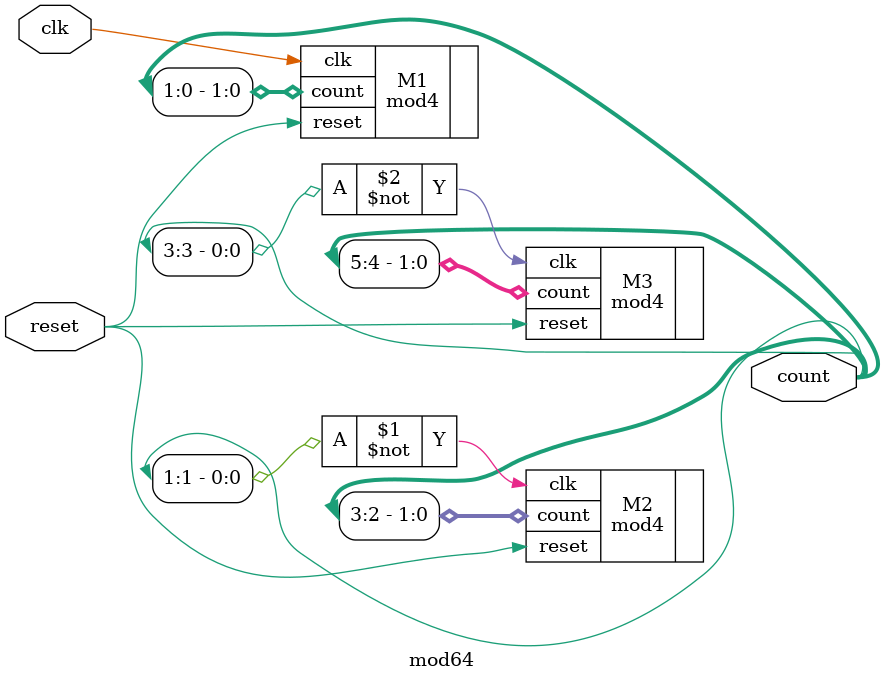
<source format=v>
`include "mod4.v"

module mod64(
    input clk,
    input reset,
    output [5:0] count
);


// First stage – LSB
mod4 M1(
    .clk(clk),
    .reset(reset),
    .count(count[1:0])
);

// Second stage
mod4 M2(
    .clk(~count[1]),
    .reset(reset),
    .count(count[3:2])
);

// Third stage – MSB
mod4 M3(
    .clk(~count[3]),     // ripple from stage2
    .reset(reset),
    .count(count[5:4])
);
endmodule
</source>
